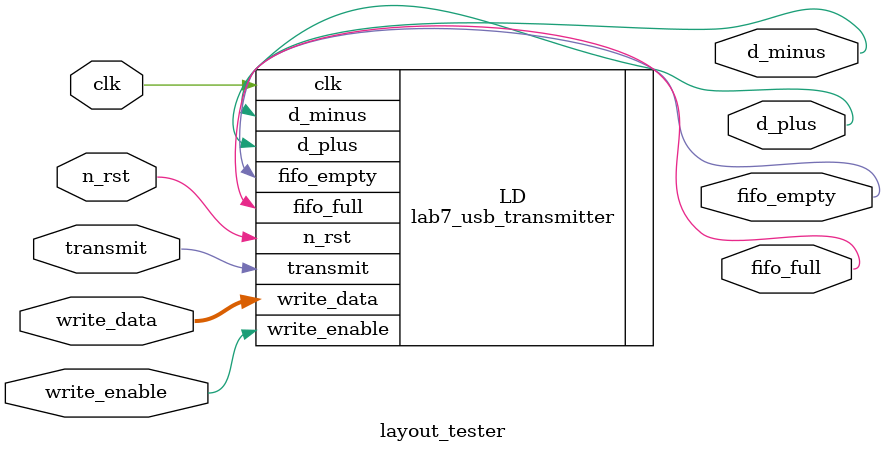
<source format=sv>

module layout_tester
(
	input  wire clk,
	input  wire n_rst, 
	output wire d_plus,
	output wire d_minus,
	input  wire transmit,
	input  wire write_enable,
	input  wire [7:0] write_data,
	output wire fifo_empty,
	output wire fifo_full
);
	
	lab7_usb_transmitter LD
	(
		.clk(clk),
		.n_rst(n_rst),
		.d_plus(d_plus),
		.d_minus(d_minus),
		.transmit(transmit),
		.write_enable(write_enable),
		.write_data(write_data),
		.fifo_empty(fifo_empty),
		.fifo_full(fifo_full)
	);
	
endmodule

</source>
